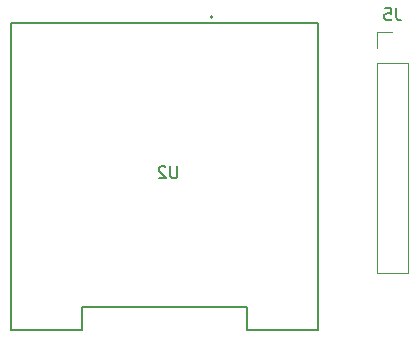
<source format=gbr>
%TF.GenerationSoftware,KiCad,Pcbnew,7.0.8*%
%TF.CreationDate,2025-01-06T14:28:22+01:00*%
%TF.ProjectId,Arduino_UNO,41726475-696e-46f5-9f55-4e4f2e6b6963,rev?*%
%TF.SameCoordinates,Original*%
%TF.FileFunction,Legend,Bot*%
%TF.FilePolarity,Positive*%
%FSLAX46Y46*%
G04 Gerber Fmt 4.6, Leading zero omitted, Abs format (unit mm)*
G04 Created by KiCad (PCBNEW 7.0.8) date 2025-01-06 14:28:22*
%MOMM*%
%LPD*%
G01*
G04 APERTURE LIST*
%ADD10C,0.150000*%
%ADD11C,0.127000*%
%ADD12C,0.200000*%
%ADD13C,0.120000*%
G04 APERTURE END LIST*
D10*
X124461904Y-65086819D02*
X124461904Y-65896342D01*
X124461904Y-65896342D02*
X124414285Y-65991580D01*
X124414285Y-65991580D02*
X124366666Y-66039200D01*
X124366666Y-66039200D02*
X124271428Y-66086819D01*
X124271428Y-66086819D02*
X124080952Y-66086819D01*
X124080952Y-66086819D02*
X123985714Y-66039200D01*
X123985714Y-66039200D02*
X123938095Y-65991580D01*
X123938095Y-65991580D02*
X123890476Y-65896342D01*
X123890476Y-65896342D02*
X123890476Y-65086819D01*
X123461904Y-65182057D02*
X123414285Y-65134438D01*
X123414285Y-65134438D02*
X123319047Y-65086819D01*
X123319047Y-65086819D02*
X123080952Y-65086819D01*
X123080952Y-65086819D02*
X122985714Y-65134438D01*
X122985714Y-65134438D02*
X122938095Y-65182057D01*
X122938095Y-65182057D02*
X122890476Y-65277295D01*
X122890476Y-65277295D02*
X122890476Y-65372533D01*
X122890476Y-65372533D02*
X122938095Y-65515390D01*
X122938095Y-65515390D02*
X123509523Y-66086819D01*
X123509523Y-66086819D02*
X122890476Y-66086819D01*
X143005333Y-51726819D02*
X143005333Y-52441104D01*
X143005333Y-52441104D02*
X143052952Y-52583961D01*
X143052952Y-52583961D02*
X143148190Y-52679200D01*
X143148190Y-52679200D02*
X143291047Y-52726819D01*
X143291047Y-52726819D02*
X143386285Y-52726819D01*
X142052952Y-51726819D02*
X142529142Y-51726819D01*
X142529142Y-51726819D02*
X142576761Y-52203009D01*
X142576761Y-52203009D02*
X142529142Y-52155390D01*
X142529142Y-52155390D02*
X142433904Y-52107771D01*
X142433904Y-52107771D02*
X142195809Y-52107771D01*
X142195809Y-52107771D02*
X142100571Y-52155390D01*
X142100571Y-52155390D02*
X142052952Y-52203009D01*
X142052952Y-52203009D02*
X142005333Y-52298247D01*
X142005333Y-52298247D02*
X142005333Y-52536342D01*
X142005333Y-52536342D02*
X142052952Y-52631580D01*
X142052952Y-52631580D02*
X142100571Y-52679200D01*
X142100571Y-52679200D02*
X142195809Y-52726819D01*
X142195809Y-52726819D02*
X142433904Y-52726819D01*
X142433904Y-52726819D02*
X142529142Y-52679200D01*
X142529142Y-52679200D02*
X142576761Y-52631580D01*
D11*
%TO.C,U2*%
X136368000Y-78964000D02*
X136368000Y-52964000D01*
X136368000Y-52964000D02*
X110368000Y-52964000D01*
X130368000Y-78964000D02*
X136368000Y-78964000D01*
X130368000Y-76964000D02*
X130368000Y-78964000D01*
X116368000Y-78964000D02*
X116368000Y-76964000D01*
X116368000Y-76964000D02*
X130368000Y-76964000D01*
X110368000Y-78964000D02*
X116368000Y-78964000D01*
X110368000Y-52964000D02*
X110368000Y-78964000D01*
D12*
X127468000Y-52464000D02*
G75*
G03*
X127468000Y-52464000I-100000J0D01*
G01*
D13*
%TO.C,J5*%
X144002000Y-74152000D02*
X141342000Y-74152000D01*
X144002000Y-56312000D02*
X144002000Y-74152000D01*
X144002000Y-56312000D02*
X141342000Y-56312000D01*
X142672000Y-53712000D02*
X141342000Y-53712000D01*
X141342000Y-56312000D02*
X141342000Y-74152000D01*
X141342000Y-53712000D02*
X141342000Y-55042000D01*
%TD*%
M02*

</source>
